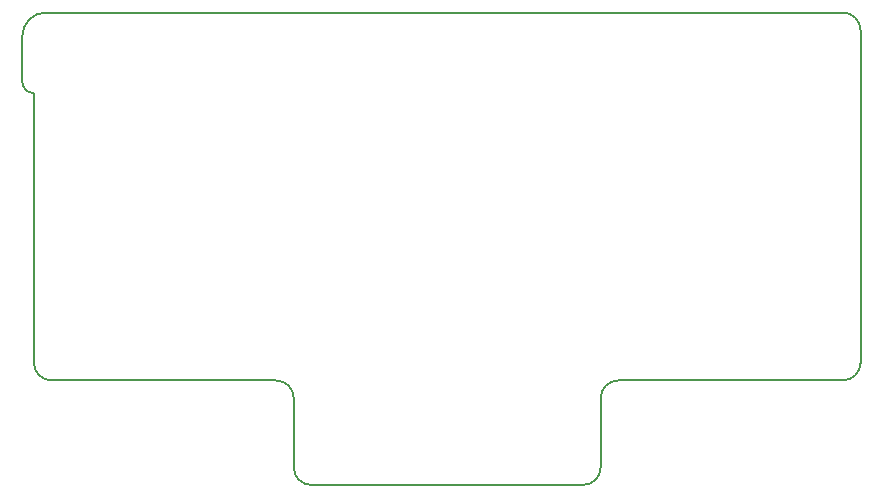
<source format=gbr>
%TF.GenerationSoftware,KiCad,Pcbnew,(6.0.0)*%
%TF.CreationDate,2023-01-08T12:04:33-05:00*%
%TF.ProjectId,gba_slab_sp_remix_button_pcb,6762615f-736c-4616-925f-73705f72656d,1.1*%
%TF.SameCoordinates,Original*%
%TF.FileFunction,Profile,NP*%
%FSLAX46Y46*%
G04 Gerber Fmt 4.6, Leading zero omitted, Abs format (unit mm)*
G04 Created by KiCad (PCBNEW (6.0.0)) date 2023-01-08 12:04:33*
%MOMM*%
%LPD*%
G01*
G04 APERTURE LIST*
%TA.AperFunction,Profile*%
%ADD10C,0.200000*%
%TD*%
G04 APERTURE END LIST*
D10*
X104890000Y-106080000D02*
X81890000Y-106080000D01*
X78890000Y-97230000D02*
X59890000Y-97230000D01*
X59408000Y-66080000D02*
X126890000Y-66080000D01*
X128390000Y-67580000D02*
X128390000Y-95730000D01*
X106390000Y-98730000D02*
X106390000Y-104580000D01*
X126890000Y-97230000D02*
X107890000Y-97230000D01*
X128390000Y-67580000D02*
G75*
G03*
X126890000Y-66080000I-1500001J-1D01*
G01*
X80390000Y-104580000D02*
G75*
G03*
X81890000Y-106080000I1500001J1D01*
G01*
X59408000Y-66080000D02*
G75*
G03*
X57408000Y-68080000I2J-2000002D01*
G01*
X80390000Y-104580000D02*
X80390000Y-98730000D01*
X104890000Y-106080000D02*
G75*
G03*
X106390000Y-104580000I-1J1500001D01*
G01*
X57408000Y-71913832D02*
G75*
G03*
X58390000Y-72913670I1000001J1D01*
G01*
X107890000Y-97230000D02*
G75*
G03*
X106390000Y-98730000I1J-1500001D01*
G01*
X58390000Y-95730000D02*
X58390000Y-72913670D01*
X80390000Y-98730000D02*
G75*
G03*
X78890000Y-97230000I-1500001J-1D01*
G01*
X126890000Y-97230000D02*
G75*
G03*
X128390000Y-95730000I-1J1500001D01*
G01*
X58390000Y-95730000D02*
G75*
G03*
X59890000Y-97230000I1500001J1D01*
G01*
X57408000Y-71913832D02*
X57408000Y-68080000D01*
M02*

</source>
